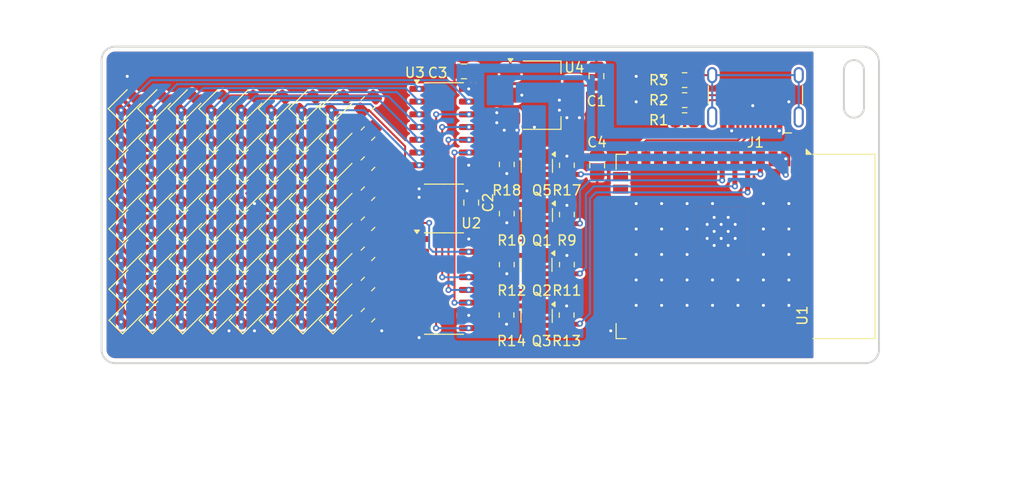
<source format=kicad_pcb>
(kicad_pcb (version 20221018) (generator pcbnew)
  (layers (0 "F.Cu" signal) (31 "B.Cu" signal) (34 "B.Paste" user) (35 "F.Paste" user) (36 "B.SilkS" user "B.Silkscreen") (37 "F.SilkS" user "F.Silkscreen") (38 "B.Mask" user) (39 "F.Mask" user) (44 "Edge.Cuts" user))
  (net 0 "")
  (net 1 "/COL1")
  (net 2 "/COL2")
  (net 4 "/COL3")
  (net 5 "/COL4")
  (net 6 "/COL5")
  (net 7 "/COL6")
  (net 13 "Net-(U1-IO19)")
  (net 14 "Net-(U1-IO20)")
  (net 15 "/COL7")
  (net 40 "/COL8")
  (net 41 "Net-(D1-A)")
  (net 42 "GND")
  (net 43 "+5V")
  (net 44 "Net-(J1-CC1)")
  (net 46 "Net-(J1-CC2)")
  (net 48 "Net-(J1-SHIELD)")
  (net 49 "Net-(D10-A)")
  (net 50 "Net-(D17-A)")
  (net 51 "Net-(D18-A)")
  (net 52 "Net-(D33-A)")
  (net 53 "Net-(D34-A)")
  (net 54 "Net-(D35-A)")
  (net 55 "Net-(D36-A)")
  (net 56 "+3V3")
  (net 57 "/OE")
  (net 58 "/RCLK")
  (net 59 "/SRCLK")
  (net 61 "/SER")
  (net 62 "/ROW1")
  (net 63 "/ROW2")
  (net 64 "/ROW3")
  (net 65 "/ROW4")
  (net 66 "/ROW5")
  (net 67 "/ROW6")
  (net 68 "/ROW7")
  (net 69 "/ROW8")
  (net 70 "Net-(U2-QH')")
  (footprint "Resistor_SMD:R_0805_2012Metric" (layer "F.Cu") (at 123.85 46 180)
    (fp_text reference "R3")
    (fp_text value "5K1")
  )
  (footprint "Resistor_SMD:R_0805_2012Metric" (layer "F.Cu") (at 112.1 64.4125 90)
    (fp_text reference "R11")
    (fp_text value "5K1")
  )
  (footprint "LED_SMD:LED_0805_2012Metric" (layer "F.Cu") (at 80.262913 66.354765 45)
    (fp_text reference "D51" hide)
    (fp_text value "LED_45deg")
  )
  (footprint "Resistor_SMD:R_0805_2012Metric" (layer "F.Cu") (at 123.85 48 180)
    (fp_text reference "R2")
    (fp_text value "5K1")
  )
  (footprint "Resistor_SMD:R_0805_2012Metric" (layer "F.Cu") (at 92.245235 60.337087 45)
    (fp_text reference "R8" hide)
    (fp_text value "200")
  )
  (footprint "LED_SMD:LED_0805_2012Metric" (layer "F.Cu") (at 68.262913 51.337087 45)
    (fp_text reference "D9" hide)
    (fp_text value "LED_45deg")
  )
  (footprint "LED_SMD:LED_0805_2012Metric" (layer "F.Cu") (at 74.262913 60.337087 45)
    (fp_text reference "D41" hide)
    (fp_text value "LED_45deg")
  )
  (footprint "Resistor_SMD:R_0805_2012Metric" (layer "F.Cu") (at 92.245235 63.337087 45)
    (fp_text reference "R15" hide)
    (fp_text value "200")
  )
  (footprint "LED_SMD:LED_0805_2012Metric" (layer "F.Cu") (at 68.262913 69.462913 45)
    (fp_text reference "D36" hide)
    (fp_text value "LED_45deg")
  )
  (footprint "LOGO" (layer "F.Cu") (at 118.75 47.9)
    (fp_text reference "G***" hide)
    (fp_text value "LOGO" hide)
  )
  (footprint "Resistor_SMD:R_0805_2012Metric" (layer "F.Cu") (at 92.245235 54.337087 45)
    (fp_text reference "R6" hide)
    (fp_text value "200")
  )
  (footprint "Resistor_SMD:R_0805_2012Metric" (layer "F.Cu") (at 112.1 54.5 90)
    (fp_text reference "R17")
    (fp_text value "5K1")
  )
  (footprint "LED_SMD:LED_0805_2012Metric" (layer "F.Cu") (at 80.262913 54.337087 45)
    (fp_text reference "D25" hide)
    (fp_text value "LED_45deg")
  )
  (footprint "Capacitor_SMD:C_0805_2012Metric" (layer "F.Cu") (at 102.55 58.225 -90)
    (fp_text reference "C2")
    (fp_text value "4.7u")
  )
  (footprint "LED_SMD:LED_0805_2012Metric" (layer "F.Cu") (at 74.262913 66.354765 45)
    (fp_text reference "D43" hide)
    (fp_text value "LED_45deg")
  )
  (footprint "Package_TO_SOT_SMD:SOT-223-3_TabPin2" (layer "F.Cu") (at 109.6 47.5)
    (fp_text reference "U4")
    (fp_text value "LD1117S33TR_SOT223")
  )
  (footprint "LED_SMD:LED_0805_2012Metric" (layer "F.Cu") (at 86.262913 51.337087 45)
    (fp_text reference "D15" hide)
    (fp_text value "LED_45deg")
  )
  (footprint "Resistor_SMD:R_0805_2012Metric" (layer "F.Cu") (at 92.245235 51.337087 45)
    (fp_text reference "R5" hide)
    (fp_text value "200")
  )
  (footprint "LED_SMD:LED_0805_2012Metric" (layer "F.Cu") (at 89.262913 66.354765 45)
    (fp_text reference "D63" hide)
    (fp_text value "LED_45deg")
  )
  (footprint "LED_SMD:LED_0805_2012Metric" (layer "F.Cu") (at 71.262913 51.337087 45)
    (fp_text reference "D10" hide)
    (fp_text value "LED_45deg")
  )
  (footprint "LED_SMD:LED_0805_2012Metric" (layer "F.Cu") (at 89.262913 60.337087 45)
    (fp_text reference "D61" hide)
    (fp_text value "LED_45deg")
  )
  (footprint "LED_SMD:LED_0805_2012Metric" (layer "F.Cu") (at 89.262913 48.337087 45)
    (fp_text reference "D8" hide)
    (fp_text value "LED_45deg")
  )
  (footprint "LED_SMD:LED_0805_2012Metric" (layer "F.Cu") (at 71.262913 63.337087 45)
    (fp_text reference "D38" hide)
    (fp_text value "LED_45deg")
  )
  (footprint "LED_SMD:LED_0805_2012Metric" (layer "F.Cu") (at 86.262913 63.337087 45)
    (fp_text reference "D58" hide)
    (fp_text value "LED_45deg")
  )
  (footprint "LED_SMD:LED_0805_2012Metric" (layer "F.Cu") (at 83.262913 57.337087 45)
    (fp_text reference "D28" hide)
    (fp_text value "LED_45deg")
  )
  (footprint "LED_SMD:LED_0805_2012Metric" (layer "F.Cu") (at 86.222913 48.337087 45)
    (fp_text reference "D7" hide)
    (fp_text value "LED_45deg")
  )
  (footprint "LED_SMD:LED_0805_2012Metric" (layer "F.Cu") (at 68.262913 63.337087 45)
    (fp_text reference "D34" hide)
    (fp_text value "LED_45deg")
  )
  (footprint "LED_SMD:LED_0805_2012Metric" (layer "F.Cu") (at 83.262913 54.337087 45)
    (fp_text reference "D27" hide)
    (fp_text value "LED_45deg")
  )
  (footprint "LED_SMD:LED_0805_2012Metric" (layer "F.Cu") (at 89.262913 63.337087 45)
    (fp_text reference "D62" hide)
    (fp_text value "LED_45deg")
  )
  (footprint "LED_SMD:LED_0805_2012Metric" (layer "F.Cu") (at 71.262913 69.462913 45)
    (fp_text reference "D40" hide)
    (fp_text value "LED_45deg")
  )
  (footprint "LED_SMD:LED_0805_2012Metric" (layer "F.Cu") (at 80.262913 63.337087 45)
    (fp_text reference "D50" hide)
    (fp_text value "LED_45deg")
  )
  (footprint "LED_SMD:LED_0805_2012Metric" (layer "F.Cu") (at 77.262913 69.462913 45)
    (fp_text reference "D48" hide)
    (fp_text value "LED_45deg")
  )
  (footprint "LED_SMD:LED_0805_2012Metric" (layer "F.Cu") (at 80.262913 51.337087 45)
    (fp_text reference "D13" hide)
    (fp_text value "LED_45deg")
  )
  (footprint "LED_SMD:LED_0805_2012Metric" (layer "F.Cu") (at 68.262913 60.337087 45)
    (fp_text reference "D33" hide)
    (fp_text value "LED_45deg")
  )
  (footprint "Resistor_SMD:R_0805_2012Metric" (layer "F.Cu") (at 123.85 50 180)
    (fp_text reference "R1")
    (fp_text value "5K1")
  )
  (footprint "Resistor_SMD:R_0805_2012Metric" (layer "F.Cu") (at 106.075 69.45 -90)
    (fp_text reference "R14")
    (fp_text value "5K1")
  )
  (footprint "LED_SMD:LED_0805_2012Metric" (layer "F.Cu") (at 89.262913 57.337087 45)
    (fp_text reference "D32" hide)
    (fp_text value "LED_45deg")
  )
  (footprint "LED_SMD:LED_0805_2012Metric" (layer "F.Cu") (at 71.262913 54.337087 45)
    (fp_text reference "D19" hide)
    (fp_text value "LED_45deg")
  )
  (footprint "LED_SMD:LED_0805_2012Metric" (layer "F.Cu") (at 77.262913 60.337087 45)
    (fp_text reference "D45" hide)
    (fp_text value "LED_45deg")
  )
  (footprint "LED_SMD:LED_0805_2012Metric" (layer "F.Cu") (at 68.262913 54.337087 45)
    (fp_text reference "D17" hide)
    (fp_text value "LED_45deg")
  )
  (footprint "Capacitor_SMD:C_0805_2012Metric" (layer "F.Cu") (at 115.125 54.5 -90)
    (fp_text reference "C4")
    (fp_text value "4.7u")
  )
  (footprint "LED_SMD:LED_0805_2012Metric" (layer "F.Cu") (at 86.262913 69.462913 45)
    (fp_text reference "D60" hide)
    (fp_text value "LED_45deg")
  )
  (footprint "Resistor_SMD:R_0805_2012Metric" (layer "F.Cu") (at 112.075 69.45 90)
    (fp_text reference "R13")
    (fp_text value "5K1")
  )
  (footprint "LED_SMD:LED_0805_2012Metric" (layer "F.Cu") (at 83.262913 51.337087 45)
    (fp_text reference "D14" hide)
    (fp_text value "LED_45deg")
  )
  (footprint "LED_SMD:LED_0805_2012Metric" (layer "F.Cu") (at 74.262913 57.337087 45)
    (fp_text reference "D22" hide)
    (fp_text value "LED_45deg")
  )
  (footprint "Resistor_SMD:R_0805_2012Metric" (layer "F.Cu") (at 106.1 64.4125 -90)
    (fp_text reference "R12")
    (fp_text value "5K1")
  )
  (footprint "LED_SMD:LED_0805_2012Metric" (layer "F.Cu") (at 80.262913 48.337087 45)
    (fp_text reference "D5" hide)
    (fp_text value "LED_45deg")
  )
  (footprint "LED_SMD:LED_0805_2012Metric" (layer "F.Cu") (at 71.262913 60.337087 45)
    (fp_text reference "D37" hide)
    (fp_text value "LED_45deg")
  )
  (footprint "LED_SMD:LED_0805_2012Metric" (layer "F.Cu") (at 74.262913 69.462913 45)
    (fp_text reference "D44" hide)
    (fp_text value "LED_45deg")
  )
  (footprint "RF_Module:ESP32-S3-WROOM-1" (layer "F.Cu") (at 129.96 62.6 -90)
    (fp_text reference "U1")
    (fp_text value "ESP32-S3-WROOM-1")
  )
  (footprint "LED_SMD:LED_0805_2012Metric" (layer "F.Cu") (at 74.262913 51.337087 45)
    (fp_text reference "D11" hide)
    (fp_text value "LED_45deg")
  )
  (footprint "Package_TO_SOT_SMD:SOT-23" (layer "F.Cu") (at 109.1 59.475 -90)
    (fp_text reference "Q1")
    (fp_text value "BSS138")
  )
  (footprint "Package_TO_SOT_SMD:SOT-23" (layer "F.Cu") (at 109.1 54.5625 -90)
    (fp_text reference "Q5")
    (fp_text value "BSS138")
  )
  (footprint "LED_SMD:LED_0805_2012Metric" (layer "F.Cu") (at 83.262913 66.354765 45)
    (fp_text reference "D55" hide)
    (fp_text value "LED_45deg")
  )
  (footprint "Resistor_SMD:R_0805_2012Metric" (layer "F.Cu") (at 106.1 59.325 -90)
    (fp_text reference "R10")
    (fp_text value "5K1")
  )
  (footprint "Capacitor_SMD:C_0805_2012Metric" (layer "F.Cu") (at 101.825 45.125 180)
    (fp_text reference "C3")
    (fp_text value "4.7u")
  )
  (footprint "LED_SMD:LED_0805_2012Metric" (layer "F.Cu") (at 86.262913 54.337087 45)
    (fp_text reference "D29" hide)
    (fp_text value "LED_45deg")
  )
  (footprint "LED_SMD:LED_0805_2012Metric" (layer "F.Cu") (at 71.262913 66.354765 45)
    (fp_text reference "D39" hide)
    (fp_text value "LED_45deg")
  )
  (footprint "LED_SMD:LED_0805_2012Metric" (layer "F.Cu") (at 77.262913 66.354765 45)
    (fp_text reference "D47" hide)
    (fp_text value "LED_45deg")
  )
  (footprint "LED_SMD:LED_0805_2012Metric" (layer "F.Cu") (at 77.262913 63.337087 45)
    (fp_text reference "D46" hide)
    (fp_text value "LED_45deg")
  )
  (footprint "LED_SMD:LED_0805_2012Metric" (layer "F.Cu") (at 68.262913 66.354765 45)
    (fp_text reference "D35" hide)
    (fp_text value "LED_45deg")
  )
  (footprint "Package_TO_SOT_SMD:SOT-23" (layer "F.Cu") (at 109.075 69.5375 -90)
    (fp_text reference "Q3")
    (fp_text value "BSS138")
  )
  (footprint "LED_SMD:LED_0805_2012Metric" (layer "F.Cu") (at 83.182913 48.337087 45)
    (fp_text reference "D6" hide)
    (fp_text value "LED_45deg")
  )
  (footprint "Resistor_SMD:R_0805_2012Metric" (layer "F.Cu") (at 112.1 59.4125 90)
    (fp_text reference "R9")
    (fp_text value "5K1")
  )
  (footprint "Package_SO:SOIC-16_3.9x9.9mm_P1.27mm" (layer "F.Cu") (at 99.825 51.32)
    (fp_text reference "U3")
    (fp_text value "74HC595")
  )
  (footprint "Connector_USB:USB_C_Receptacle_HCTL_HC-TYPE-C-16P-01A" (layer "F.Cu") (at 130.92 46.575 180)
    (fp_text reference "J1")
    (fp_text value "USB_C_Receptacle_USB2.0_16P")
  )
  (footprint "LED_SMD:LED_0805_2012Metric" (layer "F.Cu") (at 80.262913 57.337087 45)
    (fp_text reference "D26" hide)
    (fp_text value "LED_45deg")
  )
  (footprint "LED_SMD:LED_0805_2012Metric" (layer "F.Cu") (at 68.182913 48.337087 45)
    (fp_text reference "D1" hide)
    (fp_text value "LED_45deg")
  )
  (footprint "LED_SMD:LED_0805_2012Metric" (layer "F.Cu") (at 77.262913 54.337087 45)
    (fp_text reference "D23" hide)
    (fp_text value "LED_45deg")
  )
  (footprint "LED_SMD:LED_0805_2012Metric" (layer "F.Cu") (at 77.262913 57.337087 45)
    (fp_text reference "D24" hide)
    (fp_text value "LED_45deg")
  )
  (footprint "LED_SMD:LED_0805_2012Metric" (layer "F.Cu") (at 89.262913 69.462913 45)
    (fp_text reference "D64" hide)
    (fp_text value "LED_45deg")
  )
  (footprint "LED_SMD:LED_0805_2012Metric" (layer "F.Cu") (at 89.262913 51.337087 45)
    (fp_text reference "D16" hide)
    (fp_text value "LED_45deg")
  )
  (footprint "Resistor_SMD:R_0805_2012Metric" (layer "F.Cu") (at 92.245235 57.337087 45)
    (fp_text reference "R7" hide)
    (fp_text value "200")
  )
  (footprint "Package_TO_SOT_SMD:SOT-23" (layer "F.Cu") (at 109.05 64.4375 -90)
    (fp_text reference "Q2")
    (fp_text value "BSS138")
  )
  (footprint "LED_SMD:LED_0805_2012Metric" (layer "F.Cu") (at 86.262913 66.354765 45)
    (fp_text reference "D59" hide)
    (fp_text value "LED_45deg")
  )
  (footprint "LED_SMD:LED_0805_2012Metric" (layer "F.Cu") (at 83.262913 63.337087 45)
    (fp_text reference "D54" hide)
    (fp_text value "LED_45deg")
  )
  (footprint "LED_SMD:LED_0805_2012Metric" (layer "F.Cu") (at 77.262913 51.337087 45)
    (fp_text reference "D12" hide)
    (fp_text value "LED_45deg")
  )
  (footprint "Capacitor_SMD:C_0805_2012Metric" (layer "F.Cu") (at 115.05 45.6 90)
    (fp_text reference "C1")
    (fp_text value "4.7u")
  )
  (footprint "LED_SMD:LED_0805_2012Metric" (layer "F.Cu") (at 71.262913 57.337087 45)
    (fp_text reference "D20" hide)
    (fp_text value "LED_45deg")
  )
  (footprint "LED_SMD:LED_0805_2012Metric" (layer "F.Cu") (at 74.262913 63.337087 45)
    (fp_text reference "D42" hide)
    (fp_text value "LED_45deg")
  )
  (footprint "Resistor_SMD:R_0805_2012Metric" (layer "F.Cu") (at 92.245235 69.462913 45)
    (fp_text reference "R19" hide)
    (fp_text value "200")
  )
  (footprint "Package_SO:SOIC-16_3.9x9.9mm_P1.27mm" (layer "F.Cu") (at 99.83 66.305)
    (fp_text reference "U2")
    (fp_text value "74HC595")
  )
  (footprint "LED_SMD:LED_0805_2012Metric" (layer "F.Cu") (at 74.182913 48.337087 45)
    (fp_text reference "D3" hide)
    (fp_text value "LED_45deg")
  )
  (footprint "LED_SMD:LED_0805_2012Metric" (layer "F.Cu") (at 89.262913 54.337087 45)
    (fp_text reference "D31" hide)
    (fp_text value "LED_45deg")
  )
  (footprint "LED_SMD:LED_0805_2012Metric" (layer "F.Cu") (at 83.262913 60.337087 45)
    (fp_text reference "D53" hide)
    (fp_text value "LED_45deg")
  )
  (footprint "LED_SMD:LED_0805_2012Metric" (layer "F.Cu") (at 71.142913 48.337087 45)
    (fp_text reference "D2" hide)
    (fp_text value "LED_45deg")
  )
  (footprint "LED_SMD:LED_0805_2012Metric" (layer "F.Cu") (at 86.262913 57.337087 45)
    (fp_text reference "D30" hide)
    (fp_text value "LED_45deg")
  )
  (footprint "LED_SMD:LED_0805_2012Metric" (layer "F.Cu") (at 83.262913 69.462913 45)
    (fp_text reference "D56" hide)
    (fp_text value "LED_45deg")
  )
  (footprint "LED_SMD:LED_0805_2012Metric" (layer "F.Cu") (at 68.262913 57.337087 45)
    (fp_text reference "D18" hide)
    (fp_text value "LED_45deg")
  )
  (footprint "Resistor_SMD:R_0805_2012Metric" (layer "F.Cu") (at 92.245235 66.354765 45)
    (fp_text reference "R16" hide)
    (fp_text value "200")
  )
  (footprint "LED_SMD:LED_0805_2012Metric" (layer "F.Cu") (at 86.262913 60.337087 45)
    (fp_text reference "D57" hide)
    (fp_text value "LED_45deg")
  )
  (footprint "LED_SMD:LED_0805_2012Metric" (layer "F.Cu") (at 80.262913 69.462913 45)
    (fp_text reference "D52" hide)
    (fp_text value "LED_45deg")
  )
  (footprint "LED_SMD:LED_0805_2012Metric" (layer "F.Cu") (at 77.222913 48.337087 45)
    (fp_text reference "D4" hide)
    (fp_text value "LED_45deg")
  )
  (footprint "LED_SMD:LED_0805_2012Metric" (layer "F.Cu") (at 80.262913 60.337087 45)
    (fp_text reference "D49" hide)
    (fp_text value "LED_45deg")
  )
  (footprint "Resistor_SMD:R_0805_2012Metric" (layer "F.Cu") (at 92.245235 48.337087 45)
    (fp_text reference "R4" hide)
    (fp_text value "200")
  )
  (footprint "LED_SMD:LED_0805_2012Metric" (layer "F.Cu") (at 74.262913 54.337087 45)
    (fp_text reference "D21" hide)
    (fp_text value "LED_45deg")
  )
  (footprint "Resistor_SMD:R_0805_2012Metric" (layer "F.Cu") (at 106.1 54.4125 -90)
    (fp_text reference "R18")
    (fp_text value "5K1")
  )
  (gr_arc (start 67 74.25) (mid 66.048685 73.855953) (end 65.654638 72.904638) (stroke (width 0.2)) (layer "Edge.Cuts"))
  (gr_arc (start 65.654638 44) (mid 66.048685 43.048684) (end 67 42.654638) (stroke (width 0.2)) (layer "Edge.Cuts"))
  (gr_line (start 139.75 45) (end 139.75 48.75) (stroke (width 0.2)) (layer "Edge.Cuts"))
  (gr_arc (start 141.654638 42.654638) (mid 142.78273 43.121908) (end 143.25 44.25) (stroke (width 0.2)) (layer "Edge.Cuts"))
  (gr_line (start 67 42.654638) (end 141.654638 42.654638) (stroke (width 0.2)) (layer "Edge.Cuts"))
  (gr_arc (start 143.25 72.904638) (mid 142.855953 73.855953) (end 141.904638 74.25) (stroke (width 0.2)) (layer "Edge.Cuts"))
  (gr_line (start 143.25 44.25) (end 143.25 72.904638) (stroke (width 0.2)) (layer "Edge.Cuts"))
  (gr_line (start 141.75 48.75) (end 141.75 45) (stroke (width 0.2)) (layer "Edge.Cuts"))
  (gr_arc (start 139.75 45) (mid 140.75 44) (end 141.75 45) (stroke (width 0.2)) (layer "Edge.Cuts"))
  (gr_line (start 141.904638 74.25) (end 67 74.25) (stroke (width 0.2)) (layer "Edge.Cuts"))
  (gr_line (start 65.654638 44) (end 65.654638 72.904638) (stroke (width 0.2)) (layer "Edge.Cuts"))
  (gr_arc (start 141.75 48.75) (mid 140.75 49.75) (end 139.75 48.75) (stroke (width 0.2)) (layer "Edge.Cuts"))
  (via (at 67.6 58) (size 0.6) (drill 0.3) (layers "F.Cu" "B.Cu") (net 1))
  (via (at 67.6 49) (size 0.6) (drill 0.3) (layers "F.Cu" "B.Cu") (net 1))
  (via (at 67.6 55) (size 0.6) (drill 0.3) (layers "F.Cu" "B.Cu") (net 1))
  (via (at 102.3 48.145) (size 0.6) (drill 0.3) (layers "F.Cu" "B.Cu") (net 1))
  (via (at 67.6 67.017678) (size 0.6) (drill 0.3) (layers "F.Cu" "B.Cu") (net 1))
  (via (at 67.6 61) (size 0.6) (drill 0.3) (layers "F.Cu" "B.Cu") (net 1))
  (via (at 67.6 52) (size 0.6) (drill 0.3) (layers "F.Cu" "B.Cu") (net 1))
  (via (at 67.6 64) (size 0.6) (drill 0.3) (layers "F.Cu" "B.Cu") (net 1))
  (via (at 67.6 70.125826) (size 0.6) (drill 0.3) (layers "F.Cu" "B.Cu") (net 1))
  (segment (start 67.6 70.662913) (end 67.6 49) (width 0.5) (layer "B.Cu") (net 1))
  (segment (start 102.305 48.15) (end 100.155 46) (width 0.2) (layer "B.Cu") (net 1))
  (segment (start 70.6 46) (end 67.6 49) (width 0.2) (layer "B.Cu") (net 1))
  (segment (start 100.155 46) (end 70.6 46) (width 0.2) (layer "B.Cu") (net 1))
  (via (at 70.6 58) (size 0.6) (drill 0.3) (layers "F.Cu" "B.Cu") (net 2))
  (via (at 70.6 70.125826) (size 0.6) (drill 0.3) (layers "F.Cu" "B.Cu") (net 2))
  (via (at 70.6 64) (size 0.6) (drill 0.3) (layers "F.Cu" "B.Cu") (net 2))
  (via (at 70.6 61) (size 0.6) (drill 0.3) (layers "F.Cu" "B.Cu") (net 2))
  (via (at 70.6 67.017678) (size 0.6) (drill 0.3) (layers "F.Cu" "B.Cu") (net 2))
  (via (at 97.35 46.875) (size 0.6) (drill 0.3) (layers "F.Cu" "B.Cu") (net 2))
  (via (at 70.6 55) (size 0.6) (drill 0.3) (layers "F.Cu" "B.Cu") (net 2))
  (via (at 70.6 49) (size 0.6) (drill 0.3) (layers "F.Cu" "B.Cu") (net 2))
  (via (at 70.6 52) (size 0.6) (drill 0.3) (layers "F.Cu" "B.Cu") (net 2))
  (segment (start 70.6 49) (end 73.2 46.4) (width 0.2) (layer "B.Cu") (net 2))
  (segment (start 73.2 46.4) (end 96.875 46.4) (width 0.2) (layer "B.Cu") (net 2))
  (segment (start 96.875 46.4) (end 97.35 46.875) (width 0.2) (layer "B.Cu") (net 2))
  (segment (start 70.6 49) (end 70.6 70.662913) (width 0.5) (layer "B.Cu") (net 2))
  (via (at 73.6 58) (size 0.6) (drill 0.3) (layers "F.Cu" "B.Cu") (net 4))
  (via (at 73.6 67.017678) (size 0.6) (drill 0.3) (layers "F.Cu" "B.Cu") (net 4))
  (via (at 73.6 52) (size 0.6) (drill 0.3) (layers "F.Cu" "B.Cu") (net 4))
  (via (at 73.6 49) (size 0.6) (drill 0.3) (layers "F.Cu" "B.Cu") (net 4))
  (via (at 73.6 61) (size 0.6) (drill 0.3) (layers "F.Cu" "B.Cu") (net 4))
  (via (at 73.6 70.125826) (size 0.6) (drill 0.3) (layers "F.Cu" "B.Cu") (net 4))
  (via (at 97.35 48.145) (size 0.6) (drill 0.3) (layers "F.Cu" "B.Cu") (net 4))
  (via (at 73.6 64) (size 0.6) (drill 0.3) (layers "F.Cu" "B.Cu") (net 4))
  (via (at 73.6 55) (size 0.6) (drill 0.3) (layers "F.Cu" "B.Cu") (net 4))
  (segment (start 73.6 70.662913) (end 73.6 49) (width 0.5) (layer "B.Cu") (net 4))
  (segment (start 75.8 46.8) (end 96.005 46.8) (width 0.2) (layer "B.Cu") (net 4))
  (segment (start 73.6 49) (end 75.8 46.8) (width 0.2) (layer "B.Cu") (net 4))
  (segment (start 96.005 46.8) (end 97.35 48.145) (width 0.2) (layer "B.Cu") (net 4))
  (via (at 97.35 49.415) (size 0.6) (drill 0.3) (layers "F.Cu" "B.Cu") (net 5))
  (via (at 76.6 58) (size 0.6) (drill 0.3) (layers "F.Cu" "B.Cu") (net 5))
  (via (at 76.6 49) (size 0.6) (drill 0.3) (layers "F.Cu" "B.Cu") (net 5))
  (via (at 76.6 52) (size 0.6) (drill 0.3) (layers "F.Cu" "B.Cu") (net 5))
  (via (at 76.6 70.125826) (size 0.6) (drill 0.3) (layers "F.Cu" "B.Cu") (net 5))
  (via (at 76.6 64) (size 0.6) (drill 0.3) (layers "F.Cu" "B.Cu") (net 5))
  (via (at 76.6 61) (size 0.6) (drill 0.3) (layers "F.Cu" "B.Cu") (net 5))
  (via (at 76.6 55) (size 0.6) (drill 0.3) (layers "F.Cu" "B.Cu") (net 5))
  (via (at 76.6 67.017678) (size 0.6) (drill 0.3) (layers "F.Cu" "B.Cu") (net 5))
  (segment (start 78.4 47.2) (end 95.135 47.2) (width 0.2) (layer "B.Cu") (net 5))
  (segment (start 95.135 47.2) (end 97.35 49.415) (width 0.2) (layer "B.Cu") (net 5))
  (segment (start 76.6 49) (end 78.4 47.2) (width 0.2) (layer "B.Cu") (net 5))
  (segment (start 76.6 49) (end 76.6 70.662913) (width 0.5) (layer "B.Cu") (net 5))
  (via (at 79.6 67.017678) (size 0.6) (drill 0.3) (layers "F.Cu" "B.Cu") (net 6))
  (via (at 79.6 70.125826) (size 0.6) (drill 0.3) (layers "F.Cu" "B.Cu") (net 6))
  (via (at 79.6 55) (size 0.6) (drill 0.3) (layers "F.Cu" "B.Cu") (net 6))
  (via (at 97.35 50.685) (size 0.6) (drill 0.3) (layers "F.Cu" "B.Cu") (net 6))
  (via (at 79.6 61) (size 0.6) (drill 0.3) (layers "F.Cu" "B.Cu") (net 6))
  (via (at 79.6 58) (size 0.6) (drill 0.3) (layers "F.Cu" "B.Cu") (net 6))
  (via (at 79.6 64) (size 0.6) (drill 0.3) (layers "F.Cu" "B.Cu") (net 6))
  (via (at 79.6 52) (size 0.6) (drill 0.3) (layers "F.Cu" "B.Cu") (net 6))
  (via (at 79.6 49) (size 0.6) (drill 0.3) (layers "F.Cu" "B.Cu") (net 6))
  (segment (start 79.6 70.662913) (end 79.6 49) (width 0.5) (layer "B.Cu") (net 6))
  (segment (start 81 47.6) (end 94.265 47.6) (width 0.2) (layer "B.Cu") (net 6))
  (segment (start 94.265 47.6) (end 97.35 50.685) (width 0.2) (layer "B.Cu") (net 6))
  (segment (start 79.6 49) (end 81 47.6) (width 0.2) (layer "B.Cu") (net 6))
  (via (at 82.6 64) (size 0.6) (drill 0.3) (layers "F.Cu" "B.Cu") (net 7))
  (via (at 82.6 49) (size 0.6) (drill 0.3) (layers "F.Cu" "B.Cu") (net 7))
  (via (at 82.6 58) (size 0.6) (drill 0.3) (layers "F.Cu" "B.Cu") (net 7))
  (via (at 82.6 52) (size 0.6) (drill 0.3) (layers "F.Cu" "B.Cu") (net 7))
  (via (at 82.6 61) (size 0.6) (drill 0.3) (layers "F.Cu" "B.Cu") (net 7))
  (via (at 82.6 67.017678) (size 0.6) (drill 0.3) (layers "F.Cu" "B.Cu") (net 7))
  (via (at 82.6 70.125826) (size 0.6) (drill 0.3) (layers "F.Cu" "B.Cu") (net 7))
  (via (at 97.35 51.955) (size 0.6) (drill 0.3) (layers "F.Cu" "B.Cu") (net 7))
  (via (at 82.6 55) (size 0.6) (drill 0.3) (layers "F.Cu" "B.Cu") (net 7))
  (segment (start 93.395 48) (end 97.35 51.955) (width 0.2) (layer "B.Cu") (net 7))
  (segment (start 82.6 49) (end 82.6 70.662913) (width 0.5) (layer "B.Cu") (net 7))
  (segment (start 82.6 49) (end 83.6 48) (width 0.2) (layer "B.Cu") (net 7))
  (segment (start 83.6 48) (end 93.395 48) (width 0.2) (layer "B.Cu") (net 7))
  (segment (start 129.338096 52.4) (end 130.67 51.068096) (width 0.2) (layer "F.Cu") (net 13))
  (segment (start 131.67 51.00241) (end 131.40241 51.27) (width 0.2) (layer "F.Cu") (net 13))
  (segment (start 119.98 53.85) (end 119.98 52.62) (width 0.2) (layer "F.Cu") (net 13))
  (segment (start 119.98 52.62) (end 120.2 52.4) (width 0.2) (layer "F.Cu") (net 13))
  (segment (start 130.67 51.00241) (end 130.67 50.32) (width 0.2) (layer "F.Cu") (net 13))
  (segment (start 130.93759 51.27) (end 130.67 51.00241) (width 0.2) (layer "F.Cu") (net 13))
  (segment (start 120.2 52.4) (end 129.338096 52.4) (width 0.2) (layer "F.Cu") (net 13))
  (segment (start 131.67 50.32) (end 131.67 51.00241) (width 0.2) (layer "F.Cu") (net 13))
  (segment (start 131.40241 51.27) (end 130.93759 51.27) (width 0.2) (layer "F.Cu") (net 13))
  (segment (start 130.67 51.068096) (end 130.67 50.32) (width 0.2) (layer "F.Cu") (net 13))
  (segment (start 129.17241 52) (end 130.17 51.00241) (width 0.2) (layer "F.Cu") (net 14))
  (segment (start 118.71 53.324314) (end 120.034314 52) (width 0.2) (layer "F.Cu") (net 14))
  (segment (start 130.22 49.58759) (end 130.43759 49.37) (width 0.2) (layer "F.Cu") (net 14))
  (segment (start 130.90241 49.37) (end 131.17 49.63759) (width 0.2) (layer "F.Cu") (net 14))
  (segment (start 130.17 51.00241) (end 130.17 50.32) (width 0.2) (layer "F.Cu") (net 14))
  (segment (start 120.034314 52) (end 129.17241 52) (width 0.2) (layer "F.Cu") (net 14))
  (segment (start 130.22 50.95241) (end 130.22 49.58759) (width 0.2) (layer "F.Cu") (net 14))
  (segment (start 118.71 53.85) (end 118.71 53.324314) (width 0.2) (layer "F.Cu") (net 14))
  (segment (start 131.17 49.63759) (end 131.17 50.32) (width 0.2) (layer "F.Cu") (net 14))
  (segment (start 130.43759 49.37) (end 130.90241 49.37) (width 0.2) (layer "F.Cu") (net 14))
  (segment (start 129.17241 52) (end 130.22 50.95241) (width 0.2) (layer "F.Cu") (net 14))
  (via (at 85.6 64) (size 0.6) (drill 0.3) (layers "F.Cu" "B.Cu") (net 15))
  (via (at 85.6 67.017678) (size 0.6) (drill 0.3) (layers "F.Cu" "B.Cu") (net 15))
  (via (at 85.6 61) (size 0.6) (drill 0.3) (layers "F.Cu" "B.Cu") (net 15))
  (via (at 85.6 55) (size 0.6) (drill 0.3) (layers "F.Cu" "B.Cu") (net 15))
  (via (at 85.6 70.125826) (size 0.6) (drill 0.3) (layers "F.Cu" "B.Cu") (net 15))
  (via (at 85.6 58) (size 0.6) (drill 0.3) (layers "F.Cu" "B.Cu") (net 15))
  (via (at 85.6 49) (size 0.6) (drill 0.3) (layers "F.Cu" "B.Cu") (net 15))
  (via (at 97.355 53.25) (size 0.6) (drill 0.3) (layers "F.Cu" "B.Cu") (net 15))
  (via (at 85.6 52) (size 0.6) (drill 0.3) (layers "F.Cu" "B.Cu") (net 15))
  (segment (start 85.6 70.662913) (end 85.6 49) (width 0.5) (layer "B.Cu") (net 15))
  (segment (start 85.6 49) (end 85.6 52) (width 0.5) (layer "B.Cu") (net 15))
  (segment (start 92.505 48.4) (end 86.2 48.4) (width 0.2) (layer "B.Cu") (net 15))
  (segment (start 86.2 48.4) (end 85.6 49) (width 0.2) (layer "B.Cu") (net 15))
  (segment (start 97.355 53.25) (end 92.505 48.4) (width 0.2) (layer "B.Cu") (net 15))
  (via (at 88.6 67.017678) (size 0.6) (drill 0.3) (layers "F.Cu" "B.Cu") (net 40))
  (via (at 88.6 61) (size 0.6) (drill 0.3) (layers "F.Cu" "B.Cu") (net 40))
  (via (at 88.6 64) (size 0.6) (drill 0.3) (layers "F.Cu" "B.Cu") (net 40))
  (via (at 88.6 52) (size 0.6) (drill 0.3) (layers "F.Cu" "B.Cu") (net 40))
  (via (at 88.6 55) (size 0.6) (drill 0.3) (layers "F.Cu" "B.Cu") (net 40))
  (via (at 88.6 58) (size 0.6) (drill 0.3) (layers "F.Cu" "B.Cu") (net 40))
  (via (at 88.6 70.125826) (size 0.6) (drill 0.3) (layers "F.Cu" "B.Cu") (net 40))
  (via (at 88.6 49) (size 0.6) (drill 0.3) (layers "F.Cu" "B.Cu") (net 40))
  (via (at 97.35 54.495) (size 0.6) (drill 0.3) (layers "F.Cu" "B.Cu") (net 40))
  (segment (start 88.6 49) (end 91.855 49) (width 0.2) (layer "B.Cu") (net 40))
  (segment (start 88.6 49) (end 88.6 70.662913) (width 0.5) (layer "B.Cu") (net 40))
  (segment (start 91.855 49) (end 97.35 54.495) (width 0.2) (layer "B.Cu") (net 40))
  (segment (start 92.855114 47.674174) (end 92.89047 47.70953) (width 0.5) (layer "F.Cu") (net 41))
  (segment (start 89.925826 47.674174) (end 92.855114 47.674174) (width 0.5) (layer "F.Cu") (net 41))
  (segment (start 89.925826 47.674174) (end 68.845826 47.674174) (width 0.5) (layer "F.Cu") (net 41))
  (via (at 121.555477 68.48175) (size 0.6) (drill 0.3) (layers "F.Cu" "B.Cu") (net 42))
  (via (at 134.255477 60.86175) (size 0.6) (drill 0.3) (layers "F.Cu" "B.Cu") (net 42))
  (via (at 97.35 57.7) (size 0.6) (drill 0.3) (layers "F.Cu" "B.Cu") (net 42))
  (via (at 131.715477 63.40175) (size 0.6) (drill 0.3) (layers "F.Cu" "B.Cu") (net 42))
  (via (at 134.255477 48.16175) (size 0.6) (drill 0.3) (layers "F.Cu" "B.Cu") (net 42))
  (via (at 116.475477 71.02175) (size 0.6) (drill 0.3) (layers "F.Cu" "B.Cu") (net 42))
  (via (at 121.555477 63.40175) (size 0.6) (drill 0.3) (layers "F.Cu" "B.Cu") (net 42))
  (via (at 121.555477 45.62175) (size 0.6) (drill 0.3) (layers "F.Cu" "B.Cu") (net 42))
  (via (at 121.555477 48.16175) (size 0.6) (drill 0.3) (layers "F.Cu" "B.Cu") (net 42))
  (via (at 131.715477 68.48175) (size 0.6) (drill 0.3) (layers "F.Cu" "B.Cu") (net 42))
  (via (at 126.635477 68.48175) (size 0.6) (drill 0.3) (layers "F.Cu" "B.Cu") (net 42))
  (via (at 129.175477 65.94175) (size 0.6) (drill 0.3) (layers "F.Cu" "B.Cu") (net 42))
  (via (at 119.015477 63.40175) (size 0.6) (drill 0.3) (layers "F.Cu" "B.Cu") (net 42))
  (via (at 124.095477 63.40175) (size 0.6) (drill 0.3) (layers "F.Cu" "B.Cu") (net 42))
  (via (at 119.015477 60.86175) (size 0.6) (drill 0.3) (layers "F.Cu" "B.Cu") (net 42))
  (via (at 121.555477 65.94175) (size 0.6) (drill 0.3) (layers "F.Cu" "B.Cu") (net 42))
  (via (at 119.015477 48.16175) (size 0.6) (drill 0.3) (layers "F.Cu" "B.Cu") (net 42))
  (via (at 119.015477 65.94175) (size 0.6) (drill 0.3) (layers "F.Cu" "B.Cu") (net 42))
  (via (at 131.715477 65.94175) (size 0.6) (drill 0.3) (layers "F.Cu" "B.Cu") (net 42))
  (via (at 93.615477 71.02175) (size 0.6) (drill 0.3) (layers "F.Cu" "B.Cu") (net 42))
  (via (at 97.35 71.7) (size 0.6) (drill 0.3) (layers "F.Cu" "B.Cu") (net 42))
  (via (at 134.255477 68.48175) (size 0.6) (drill 0.3) (layers "F.Cu" "B.Cu") (net 42))
  (via (at 134.255477 58.32175) (size 0.6) (drill 0.3) (layers "F.Cu" "B.Cu") (net 42))
  (via (at 129.175477 68.48175) (size 0.6) (drill 0.3) (layers "F.Cu" "B.Cu") (net 42))
  (via (at 130.65 48.55) (size 0.6) (drill 0.3) (layers "F.Cu" "B.Cu") (net 42))
  (via (at 68.215477 45.62175) (size 0.6) (drill 0.3) (layers "F.Cu" "B.Cu") (net 42))
  (via (at 134.255477 65.94175) (size 0.6) (drill 0.3) (layers "F.Cu" "B.Cu") (net 42))
  (via (at 119.015477 58.32175) (size 0.6) (drill 0.3) (layers "F.Cu" "B.Cu") (net 42))
  (via (at 126.635477 58.32175) (size 0.6) (drill 0.3) (layers "F.Cu" "B.Cu") (net 42))
  (via (at 134.255477 63.40175) (size 0.6) (drill 0.3) (layers "F.Cu" "B.Cu") (net 42))
  (via (at 124.095477 60.86175) (size 0.6) (drill 0.3) (layers "F.Cu" "B.Cu") (net 42))
  (via (at 126.635477 65.94175) (size 0.6) (drill 0.3) (layers "F.Cu" "B.Cu") (net 42))
  (via (at 119.015477 68.48175) (size 0.6) (drill 0.3) (layers "F.Cu" "B.Cu") (net 42))
  (via (at 124.095477 58.32175) (size 0.6) (drill 0.3) (layers "F.Cu" "B.Cu") (net 42))
  (via (at 124.095477 65.94175) (size 0.6) (drill 0.3) (layers "F.Cu" "B.Cu") (net 42))
  (via (at 78.375477 71.02175) (size 0.6) (drill 0.3) (layers "F.Cu" "B.Cu") (net 42))
  (via (at 131.715477 60.86175) (size 0.6) (drill 0.3) (layers "F.Cu" "B.Cu") (net 42))
  (via (at 108.855477 50.70175) (size 0.6) (drill 0.3) (layers "F.Cu" "B.Cu") (net 42))
  (via (at 80.915477 71.02175) (size 0.6) (drill 0.3) (layers "F.Cu" "B.Cu") (net 42))
  (via (at 119.015477 45.62175) (size 0.6) (drill 0.3) (layers "F.Cu" "B.Cu") (net 42))
  (via (at 131.715477 58.32175) (size 0.6) (drill 0.3) (layers "F.Cu" "B.Cu") (net 42))
  (via (at 124.095477 68.48175) (size 0.6) (drill 0.3) (layers "F.Cu" "B.Cu") (net 42))
  (via (at 80.915477 58.32175) (size 0.6) (drill 0.3) (layers "F.Cu" "B.Cu") (net 42))
  (via (at 97.35 56.85) (size 0.6) (drill 0.3) (layers "F.Cu" "B.Cu") (net 42))
  (via (at 121.555477 58.32175) (size 0.6) (drill 0.3) (layers "F.Cu" "B.Cu") (net 42))
  (via (at 121.555477 60.86175) (size 0.6) (drill 0.3) (layers "F.Cu" "B.Cu") (net 42))
  (segment (start 106 50.25) (end 106.45 49.8) (width 0.2) (layer "F.Cu") (net 43))
  (segment (start 105.85 51) (end 105.85 50.4) (width 0.2) (layer "F.Cu") (net 43))
  (segment (start 102.775 46.875) (end 102.3 46.875) (width 0.2) (layer "F.Cu") (net 43))
  (segment (start 107.1 50.45) (end 106.45 49.8) (width 0.2) (layer "F.Cu") (net 43))
  (segment (start 102.775 45.125) (end 102.775 46.875) (width 0.2) (layer "F.Cu") (net 43))
  (segment (start 105.1 49.25) (end 105.9 49.25) (width 0.2) (layer "F.Cu") (net 43))
  (segment (start 107.1 51) (end 107.1 50.45) (width 0.2) (layer "F.Cu") (net 43))
  (segment (start 105.9 49.25) (end 106.45 49.8) (width 0.2) (layer "F.Cu") (net 43))
  (segment (start 105.1 50.25) (end 106 50.25) (width 0.2) (layer "F.Cu") (net 43))
  (segment (start 105.85 50.4) (end 106.45 49.8) (width 0.2) (layer "F.Cu") (net 43))
  (via (at 102.125 57.05) (size 0.6) (drill 0.3) (layers "F.Cu" "B.Cu") (net 43))
  (via (at 133.298804 51.052951) (size 0.6) (drill 0.3) (layers "F.Cu" "B.Cu") (net 43))
  (via (at 102.3 54.495) (size 0.6) (drill 0.3) (layers "F.Cu" "B.Cu") (net 43))
  (via (at 106.1 60.2375) (size 0.6) (drill 0.3) (layers "F.Cu" "B.Cu") (net 43))
  (via (at 105.1 50.25) (size 0.6) (drill 0.3) (layers "F.Cu" "B.Cu") (net 43))
  (via (at 102.305 61.86) (size 0.6) (drill 0.3) (layers "F.Cu" "B.Cu") (net 43))
  (via (at 106.075 70.3625) (size 0.6) (drill 0.3) (layers "F.Cu" "B.Cu") (net 43))
  (via (at 106.1 65.325) (size 0.6) (drill 0.3) (layers "F.Cu" "B.Cu") (net 43))
  (via (at 102.3 46.875) (size 0.6) (drill 0.3) (layers "F.Cu" "B.Cu") (net 43))
  (via (at 128.543377 51.060877) (size 0.6) (drill 0.3) (layers "F.Cu" "B.Cu") (net 43))
  (via (at 105.85 51) (size 0.6) (drill 0.3) (layers "F.Cu" "B.Cu") (net 43))
  (via (at 106.1 55.325) (size 0.6) (drill 0.3) (layers "F.Cu" "B.Cu") (net 43))
  (via (at 105.1 49.25) (size 0.6) (drill 0.3) (layers "F.Cu" "B.Cu") (net 43))
  (via (at 102.305 69.48) (size 0.6) (drill 0.3) (layers "F.Cu" "B.Cu") (net 43))
  (via (at 107.1 51) (size 0.6) (drill 0.3) (layers "F.Cu" "B.Cu") (net 43))
  (segment (start 128.543377 51.060877) (end 128.551303 51.052951) (width 0.5) (layer "B.Cu") (net 43))
  (segment (start 128.551303 51.052951) (end 133.298804 51.052951) (width 0.5) (layer "B.Cu") (net 43))
  (segment (start 132.17 48.07) (end 132.17 50.32) (width 0.2) (layer "F.Cu") (net 44))
  (segment (start 125.2625 47.5) (end 131.6 47.5) (width 0.2) (layer "F.Cu") (net 44))
  (segment (start 131.6 47.5) (end 132.17 48.07) (width 0.2) (layer "F.Cu") (net 44))
  (segment (start 124.7625 48) (end 125.2625 47.5) (width 0.2) (layer "F.Cu") (net 44))
  (segment (start 124.6 49.998629) (end 125.575 49.998629) (width 0.2) (layer "F.Cu") (net 46))
  (segment (start 125.575 48.275) (end 125.85 48) (width 0.2) (layer "F.Cu") (net 46))
  (segment (start 129.17 48.57) (end 129.17 50.32) (width 0.2) (layer "F.Cu") (net 46))
  (segment (start 128.6 48) (end 129.17 48.57) (width 0.2) (layer "F.Cu") (net 46))
  (segment (start 125.85 48) (end 128.6 48) (width 0.2) (layer "F.Cu") (net 46))
  (segment (start 125.575 49.998629) (end 125.575 48.275) (width 0.2) (layer "F.Cu") (net 46))
  (segment (start 124.7625 50) (end 124.7625 49.498629) (width 0.2) (layer "F.Cu") (net 46))
  (segment (start 124.7625 46) (end 124.7625 45.5) (width 0.2) (layer "F.Cu") (net 48))
  (segment (start 125.1 45.5) (end 126.6 45.5) (width 0.2) (layer "F.Cu") (net 48))
  (segment (start 126.6 49.68) (end 126.6 45.5) (width 0.2) (layer "B.Cu") (net 48))
  (segment (start 126.6 45.5) (end 135.24 45.5) (width 0.2) (layer "B.Cu") (net 48))
  (segment (start 135.24 45.5) (end 135.24 49.68) (width 0.2) (layer "B.Cu") (net 48))
  (segment (start 92.855114 50.674174) (end 92.89047 50.70953) (width 0.5) (layer "F.Cu") (net 49))
  (segment (start 68.925826 50.674174) (end 89.925826 50.674174) (width 0.5) (layer "F.Cu") (net 49))
  (segment (start 89.925826 50.674174) (end 92.855114 50.674174) (width 0.5) (layer "F.Cu") (net 49))
  (segment (start 89.925826 53.674174) (end 92.872792 53.674174) (width 0.5) (layer "F.Cu") (net 50))
  (segment (start 85.6 53.674174) (end 89.925826 53.674174) (width 0.5) (layer "F.Cu") (net 50))
  (segment (start 83.925826 53.674174) (end 85.6 53.674174) (width 0.5) (layer "F.Cu") (net 50))
  (segment (start 92.872792 53.674174) (end 92.89047 53.691852) (width 0.5) (layer "F.Cu") (net 50))
  (segment (start 85.6 53.674174) (end 86.925826 53.674174) (width 0.5) (layer "F.Cu") (net 50))
  (segment (start 68.925826 53.674174) (end 76.6 53.674174) (width 0.5) (layer "F.Cu") (net 50))
  (segment (start 76.6 53.674174) (end 83.925826 53.674174) (width 0.5) (layer "F.Cu") (net 50))
  (segment (start 76.6 53.674174) (end 77.925826 53.674174) (width 0.5) (layer "F.Cu") (net 50))
  (segment (start 88.6 56.674174) (end 89.925826 56.674174) (width 0.5) (layer "F.Cu") (net 51))
  (segment (start 88.617678 56.691852) (end 92.89047 56.691852) (width 0.5) (layer "F.Cu") (net 51))
  (segment (start 88.6 56.674174) (end 88.617678 56.691852) (width 0.5) (layer "F.Cu") (net 51))
  (segment (start 68.925826 56.674174) (end 77.925826 56.674174) (width 0.5) (layer "F.Cu") (net 51))
  (segment (start 77.925826 56.674174) (end 88.6 56.674174) (width 0.5) (layer "F.Cu") (net 51))
  (segment (start 68.925826 59.674174) (end 71.925826 59.674174) (width 0.5) (layer "F.Cu") (net 52))
  (segment (start 73.6 59.674174) (end 76.6 59.674174) (width 0.5) (layer "F.Cu") (net 52))
  (segment (start 71.925826 59.674174) (end 73.6 59.674174) (width 0.5) (layer "F.Cu") (net 52))
  (segment (start 76.6 59.674174) (end 82.6 59.674174) (width 0.5) (layer "F.Cu") (net 52))
  (segment (start 89.925826 59.674174) (end 92.855114 59.674174) (width 0.5) (layer "F.Cu") (net 52))
  (segment (start 92.855114 59.674174) (end 92.89047 59.70953) (width 0.5) (layer "F.Cu") (net 52))
  (segment (start 73.6 59.674174) (end 74.925826 59.674174) (width 0.5) (layer "F.Cu") (net 52))
  (segment (start 76.6 59.674174) (end 77.925826 59.674174) (width 0.5) (layer "F.Cu") (net 52))
  (segment (start 82.6 59.674174) (end 83.925826 59.674174) (width 0.5) (layer "F.Cu") (net 52))
  (segment (start 82.6 59.674174) (end 89.925826 59.674174) (width 0.5) (layer "F.Cu") (net 52))
  (segment (start 86.925826 62.674174) (end 89.925826 62.674174) (width 0.5) (layer "F.Cu") (net 53))
  (segment (start 89.925826 62.674174) (end 92.872792 62.674174) (width 0.5) (layer "F.Cu") (net 53))
  (segment (start 74.925826 62.674174) (end 76.6 62.674174) (width 0.5) (layer "F.Cu") (net 53))
  (segment (start 70.6 62.674174) (end 71.925826 62.674174) (width 0.5) (layer "F.Cu") (net 53))
  (segment (start 68.925826 62.674174) (end 70.6 62.674174) (width 0.5) (layer "F.Cu") (net 53))
  (segment (start 80.925826 62.674174) (end 82.6 62.674174) (width 0.5) (layer "F.Cu") (net 53))
  (segment (start 82.6 62.674174) (end 86.925826 62.674174) (width 0.5) (layer "F.Cu") (net 53))
  (segment (start 70.6 62.674174) (end 74.925826 62.674174) (width 0.5) (layer "F.Cu") (net 53))
  (segment (start 82.6 62.674174) (end 83.925826 62.674174) (width 0.5) (layer "F.Cu") (net 53))
  (segment (start 92.872792 62.674174) (end 92.89047 62.691852) (width 0.5) (layer "F.Cu") (net 53))
  (segment (start 76.6 62.674174) (end 77.925826 62.674174) (width 0.5) (layer "F.Cu") (net 53))
  (segment (start 76.6 62.674174) (end 80.925826 62.674174) (width 0.5) (layer "F.Cu") (net 53))
  (segment (start 92.872792 65.691852) (end 92.89047 65.70953) (width 0.5) (layer "F.Cu") (net 54))
  (segment (start 89.925826 65.691852) (end 92.872792 65.691852) (width 0.5) (layer "F.Cu") (net 54))
  (segment (start 80.925826 65.691852) (end 85.6 65.691852) (width 0.5) (layer "F.Cu") (net 54))
  (segment (start 73.6 65.691852) (end 83.925826 65.691852) (width 0.5) (layer "F.Cu") (net 54))
  (segment (start 85.6 65.691852) (end 89.925826 65.691852) (width 0.5) (layer "F.Cu") (net 54))
  (segment (start 68.925826 65.691852) (end 71.925826 65.691852) (width 0.5) (layer "F.Cu") (net 54))
  (segment (start 71.925826 65.691852) (end 73.6 65.691852) (width 0.5) (layer "F.Cu") (net 54))
  (segment (start 85.6 65.691852) (end 86.925826 65.691852) (width 0.5) (layer "F.Cu") (net 54))
  (segment (start 73.6 65.691852) (end 74.925826 65.691852) (width 0.5) (layer "F.Cu") (net 54))
  (segment (start 89.925826 68.8) (end 92.872792 68.8) (width 0.5) (layer "F.Cu") (net 55))
  (segment (start 92.872792 68.8) (end 92.89047 68.817678) (width 0.5) (layer "F.Cu") (net 55))
  (segment (start 68.925826 68.8) (end 90.262913 68.8) (width 0.5) (layer "F.Cu") (net 55))
  (segment (start 110.0875 58.5) (end 110.05 58.5375) (width 0.5) (layer "F.Cu") (net 56))
  (segment (start 110.0875 53.5875) (end 110.05 53.625) (width 0.5) (layer "F.Cu") (net 56))
  (segment (start 110.0875 68.5375) (end 110.025 68.6) (width 0.5) (layer "F.Cu") (net 56))
  (segment (start 112.1 53.5875) (end 110.0875 53.5875) (width 0.5) (layer "F.Cu") (net 56))
  (segment (start 112.25 48) (end 112.75 47.5) (width 0.2) (layer "F.Cu") (net 56))
  (segment (start 113.7 46.55) (end 112.75 47.5) (width 0.2) (layer "F.Cu") (net 56))
  (segment (start 113.35 48.1) (end 112.75 47.5) (width 0.2) (layer "F.Cu") (net 56))
  (segment (start 133.95 55.45) (end 133.95 53.85) (width 0.5) (layer "F.Cu") (net 56))
  (segment (start 112.1375 53.55) (end 112.1 53.5875) (width 0.2) (layer "F.Cu") (net 56))
  (segment (start 112.1 49.75) (end 112.1 48.15) (width 0.2) (layer "F.Cu") (net 56))
  (segment (start 112.1 48.15) (end 112.75 47.5) (width 0.2) (layer "F.Cu") (net 56))
  (segment (start 115.05 46.55) (end 113.7 46.55) (width 0.2) (layer "F.Cu") (net 56))
  (segment (start 111.35 49) (end 112.1 49) (width 0.2) (layer "F.Cu") (net 56))
  (segment (start 112.1 58.5) (end 110.0875 58.5) (width 0.5) (layer "F.Cu") (net 56))
  (segment (start 111.35 48) (end 112.25 48) (width 0.2) (layer "F.Cu") (net 56))
  (segment (start 112.75 48.35) (end 112.75 47.5) (width 0.2) (layer "F.Cu") (net 56))
  (segment (start 115.125 53.55) (end 112.1375 53.55) (width 0.5) (layer "F.Cu") (net 56))
  (segment (start 112.1 49) (end 112.75 48.35) (width 0.2) (layer "F.Cu") (net 56))
  (segment (start 112.075 68.5375) (end 110.0875 68.5375) (width 0.5) (layer "F.Cu") (net 56))
  (segment (start 112.1 63.5) (end 110 63.5) (width 0.5) (layer "F.Cu") (net 56))
  (segment (start 113.35 49.75) (end 113.35 48.1) (width 0.2) (layer "F.Cu") (net 56))
  (via (at 111.35 48) (size 0.6) (drill 0.3) (layers "F.Cu" "B.Cu") (net 56))
  (via (at 113.35 49.75) (size 0.6) (drill 0.3) (layers "F.Cu" "B.Cu") (net 56))
  (via (at 112.1 53.5875) (size 0.6) (drill 0.3) (layers "F.Cu" "B.Cu") (net 56))
  (via (at 133.95 55.45) (size 0.6) (drill 0.3) (layers "F.Cu" "B.Cu") (net 56))
  (via (at 111.35 49) (size 0.6) (drill 0.3) (layers "F.Cu" "B.Cu") (net 56))
  (via (at 112.075 68.5375) (size 0.6) (drill 0.3) (layers "F.Cu" "B.Cu") (net 56))
  (via (at 133.95 53.85) (size 0.6) (drill 0.3) (layers "F.Cu" "B.Cu") (net 56))
  (via (at 112.1 49.75) (size 0.6) (drill 0.3) (layers "F.Cu" "B.Cu") (net 56))
  (via (at 107.6 47.5) (size 0.6) (drill 0.3) (layers "F.Cu" "B.Cu") (net 56))
  (via (at 112.1 63.5) (size 0.6) (drill 0.3) (layers "F.Cu" "B.Cu") (net 56))
  (via (at 112.1 58.5) (size 0.6) (drill 0.3) (layers "F.Cu" "B.Cu") (net 56))
  (segment (start 132.1 53.85) (end 112.3625 53.85) (width 0.5) (layer "B.Cu") (net 56))
  (segment (start 133.95 54.8) (end 133.95 54.55) (width 0.5) (layer "B.Cu") (net 56))
  (segment (start 133.95 54.55) (end 133.25 53.85) (width 0.5) (layer "B.Cu") (net 56))
  (segment (start 112.3625 53.85) (end 112.1 53.5875) (width 0.5) (layer "B.Cu") (net 56))
  (segment (start 133.95 54.8) (end 133.95 53.85) (width 0.5) (layer "B.Cu") (net 56))
  (segment (start 133.6875 53.5875) (end 133.95 53.85) (width 0.5) (layer "B.Cu") (net 56))
  (segment (start 133.85 54.8) (end 132.9 53.85) (width 0.5) (layer "B.Cu") (net 56))
  (segment (start 133.95 53.85) (end 133.25 53.85) (width 0.5) (layer "B.Cu") (net 56))
  (segment (start 133.25 53.85) (end 132.9 53.85) (width 0.5) (layer "B.Cu") (net 56))
  (segment (start 132.9 53.85) (end 132.1 53.85) (width 0.5) (layer "B.Cu") (net 56))
  (segment (start 133.95 55.45) (end 133.95 54.8) (width 0.5) (layer "B.Cu") (net 56))
  (segment (start 132.35 53.85) (end 132.1 53.85) (width 0.5) (layer "B.Cu") (net 56))
  (segment (start 112.1 53.5875) (end 133.6875 53.5875) (width 0.5) (layer "B.Cu") (net 56))
  (segment (start 133.95 55.45) (end 132.35 53.85) (width 0.5) (layer "B.Cu") (net 56))
  (segment (start 133.95 54.8) (end 133.85 54.8) (width 0.5) (layer "B.Cu") (net 56))
  (segment (start 113.375 60.325) (end 113.4 60.3) (width 0.5) (layer "F.Cu") (net 57))
  (segment (start 109.1 61.5) (end 109.1 60.4125) (width 0.2) (layer "F.Cu") (net 57))
  (segment (start 112.0125 60.4125) (end 112.1 60.325) (width 0.5) (layer "F.Cu") (net 57))
  (segment (start 112.1 60.325) (end 113.375 60.325) (width 0.5) (layer "F.Cu") (net 57))
  (segment (start 104.6 62.5) (end 105.1 62) (width 0.2) (layer "F.Cu") (net 57))
  (segment (start 106.1 58.4125) (end 108.025 58.4125) (width 0.5) (layer "F.Cu") (net 57))
  (segment (start 108.15 59.4625) (end 109.1 60.4125) (width 0.5) (layer "F.Cu") (net 57))
  (segment (start 104.057756 65.67) (end 104.6 65.127756) (width 0.2) (layer "F.Cu") (net 57))
  (segment (start 104.6 65.127756) (end 104.6 62.5) (width 0.2) (layer "F.Cu") (net 57))
  (segment (start 109.1 60.4125) (end 112.0125 60.4125) (width 0.5) (layer "F.Cu") (net 57))
  (segment (start 99.65 50.685) (end 99.655 50.69) (width 0.2) (layer "F.Cu") (net 57))
  (segment (start 102.305 65.67) (end 104.057756 65.67) (width 0.2) (layer "F.Cu") (net 57))
  (segment (start 108.15 58.5375) (end 108.15 59.4625) (width 0.5) (layer "F.Cu") (net 57))
  (segment (start 105.1 62) (end 108.6 62) (width 0.2) (layer "F.Cu") (net 57))
  (segment (start 108.025 58.4125) (end 108.15 58.5375) (width 0.5) (layer "F.Cu") (net 57))
  (segment (start 99.655 50.69) (end 99.655 65.6725) (width 0.2) (layer "F.Cu") (net 57))
  (segment (start 108.6 62) (end 109.1 61.5) (width 0.2) (layer "F.Cu") (net 57))
  (segment (start 127.6 56) (end 127.6 53.85) (width 0.5) (layer "F.Cu") (net 57))
  (via (at 102.3 65.6625) (size 0.6) (drill 0.3) (layers "F.Cu" "B.Cu") (net 57))
  (via (at 102.325 50.685) (size 0.6) (drill 0.3) (layers "F.Cu" "B.Cu") (net 57))
  (via (at 99.65 50.685) (size 0.6) (drill 0.3) (layers "F.Cu" "B.Cu") (net 57))
  (via (at 113.4 60.3) (size 0.6) (drill 0.3) (layers "F.Cu" "B.Cu") (net 57))
  (via (at 99.655 65.6725) (size 0.6) (drill 0.3) (layers "F.Cu" "B.Cu") (net 57))
  (via (at 127.6 56) (size 0.6) (drill 0.3) (layers "F.Cu" "B.Cu") (net 57))
  (segment (start 102.325 50.685) (end 99.65 50.685) (width 0.2) (layer "B.Cu") (net 57))
  (segment (start 113.4 57) (end 114.4 56) (width 0.2) (layer "B.Cu") (net 57))
  (segment (start 99.655 65.6725) (end 102.18 65.6725) (width 0.2) (layer "B.Cu") (net 57))
  (segment (start 114.4 56) (end 127.6 56) (width 0.2) (layer "B.Cu") (net 57))
  (segment (start 113.4 60.3) (end 113.4 57) (width 0.2) (layer "B.Cu") (net 57))
  (segment (start 102.04 66.9425) (end 102.53 66.8025) (width 0.2) (layer "F.Cu") (net 58))
  (segment (start 108.1 64.425) (end 109.05 65.375) (width 0.5) (layer "F.Cu") (net 58))
  (segment (start 109.05 66.55) (end 109.05 65.375) (width 0.2) (layer "F.Cu") (net 58))
  (segment (start 128.87 56.6) (end 128.87 53.85) (width 0.5) (layer "F.Cu") (net 58))
  (segment (start 108.1 63.5) (end 108.1 64.425) (width 0.5) (layer "F.Cu") (net 58))
  (segment (start 113.375 65.325) (end 113.4 65.3) (width 0.5) (layer "F.Cu") (net 58))
  (segment (start 112.1 65.325) (end 113.375 65.325) (width 0.5) (layer "F.Cu") (net 58))
  (segment (start 102.18 66.9425) (end 102.04 66.9425) (width 0.2) (layer "F.Cu") (net 58))
  (segment (start 109.1 65.325) (end 109.05 65.375) (width 0.5) (layer "F.Cu") (net 58))
  (segment (start 100.28 66.9425) (end 100.28 51.955) (width 0.2) (layer "F.Cu") (net 58))
  (segment (start 108.66 66.94) (end 109.05 66.55) (width 0.2) (layer "F.Cu") (net 58))
  (segment (start 102.305 66.94) (end 108.66 66.94) (width 0.2) (layer "F.Cu") (net 58))
  (segment (start 112.1 65.325) (end 109.1 65.325) (width 0.5) (layer "F.Cu") (net 58))
  (segment (start 106.1 63.5) (end 108.1 63.5) (width 0.5) (layer "F.Cu") (net 58))
  (via (at 100.28 66.9425) (size 0.6) (drill 0.3) (layers "F.Cu" "B.Cu") (net 58))
  (via (at 113.4 65.3) (size 0.6) (drill 0.3) (layers "F.Cu" "B.Cu") (net 58))
  (via (at 100.28 51.955) (size 0.6) (drill 0.3) (layers "F.Cu" "B.Cu") (net 58))
  (via (at 102.3 66.9325) (size 0.6) (drill 0.3) (layers "F.Cu" "B.Cu") (net 58))
  (via (at 102.325 51.955) (size 0.6) (drill 0.3) (layers "F.Cu" "B.Cu") (net 58))
  (via (at 128.87 56.6) (size 0.6) (drill 0.3) (layers "F.Cu" "B.Cu") (net 58))
  (segment (start 113.4 65.3) (end 114 64.7) (width 0.2) (layer "B.Cu") (net 58))
  (segment (start 114 57.4) (end 114.8 56.6) (width 0.2) (layer "B.Cu") (net 58))
  (segment (start 114 64.7) (end 114 57.4) (width 0.2) (layer "B.Cu") (net 58))
  (segment (start 114.8 56.6) (end 128.87 56.6) (width 0.2) (layer "B.Cu") (net 58))
  (segment (start 102.325 51.955) (end 100.28 51.955) (width 0.2) (layer "B.Cu") (net 58))
  (segment (start 102.32 66.9425) (end 100.28 66.9425) (width 0.2) (layer "B.Cu") (net 58))
  (segment (start 130.14 57.2) (end 130.14 53.85) (width 0.5) (layer "F.Cu") (net 59))
  (segment (start 102.305 68.21) (end 105.7475 68.21) (width 0.2) (layer "F.Cu") (net 59))
  (segment (start 102.165 68.2125) (end 102.405 68.2275) (width 0.2) (layer "F.Cu") (net 59))
  (segment (start 111.9625 70.475) (end 112.075 70.3625) (width 0.5) (layer "F.Cu") (net 59))
  (segment (start 108.125 69.525) (end 109.075 70.475) (width 0.5) (layer "F.Cu") (net 59))
  (segment (start 102.18 68.2125) (end 102.165 68.2125) (width 0.2) (layer "F.Cu") (net 59))
  (segment (start 108.0625 68.5375) (end 108.125 68.6) (width 0.5) (layer "F.Cu") (net 59))
  (segment (start 113.3375 70.3625) (end 113.4 70.3) (width 0.5) (layer "F.Cu") (net 59))
  (segment (start 106.075 68.5375) (end 108.0625 68.5375) (width 0.5) (layer "F.Cu") (net 59))
  (segment (start 112.075 70.3625) (end 113.3375 70.3625) (width 0.5) (layer "F.Cu") (net 59))
  (segment (start 109.075 70.475) (end 111.9625 70.475) (width 0.5) (layer "F.Cu") (net 59))
  (segment (start 100.88 53.225) (end 100.88 68.2125) (width 0.2) (layer "F.Cu") (net 59))
  (segment (start 108.125 68.6) (end 108.125 69.525) (width 0.5) (layer "F.Cu") (net 59))
  (segment (start 102.405 68.2275) (end 102.195 68.2125) (width 0.2) (layer "F.Cu") (net 59))
  (segment (start 105.7475 68.21) (end 106.075 68.5375) (width 0.2) (layer "F.Cu") (net 59))
  (via (at 100.88 68.2125) (size 0.6) (drill 0.3) (layers "F.Cu" "B.Cu") (net 59))
  (via (at 100.88 53.225) (size 0.6) (drill 0.3) (layers "F.Cu" "B.Cu") (net 59))
  (via (at 102.3 68.2025) (size 0.6) (drill 0.3) (layers "F.Cu" "B.Cu") (net 59))
  (via (at 102.325 53.225) (size 0.6) (drill 0.3) (layers "F.Cu" "B.Cu") (net 59))
  (via (at 130.14 57.2) (size 0.6) (drill 0.3) (layers "F.Cu" "B.Cu") (net 59))
  (via (at 113.4 70.3) (size 0.6) (drill 0.3) (layers "F.Cu" "B.Cu") (net 59))
  (segment (start 115 57.2) (end 130.14 57.2) (width 0.2) (layer "B.Cu") (net 59))
  (segment (start 114.4 69.3) (end 114.4 57.8) (width 0.2) (layer "B.Cu") (net 59))
  (segment (start 102.325 53.225) (end 100.88 53.225) (width 0.2) (layer "B.Cu") (net 59))
  (segment (start 102.195 68.2125) (end 100.88 68.2125) (width 0.2) (layer "B.Cu") (net 59))
  (segment (start 114.4 57.8) (end 115 57.2) (width 0.2) (layer "B.Cu") (net 59))
  (segment (start 113.4 70.3) (end 114.4 69.3) (width 0.2) (layer "B.Cu") (net 59))
  (segment (start 102.455 64.2525) (end 102.33 64.4025) (width 0.2) (layer "F.Cu") (net 61))
  (segment (start 112.1 55.4125) (end 113.4875 55.4125) (width 0.5) (layer "F.Cu") (net 61))
  (segment (start 104.6 53.5) (end 106.1 53.5) (width 0.2) (layer "F.Cu") (net 61))
  (segment (start 103.8 64.4) (end 104.2 64) (width 0.2) (layer "F.Cu") (net 61))
  (segment (start 108.025 53.5) (end 108.15 53.625) (width 0.5) (layer "F.Cu") (net 61))
  (segment (start 109.1875 55.4125) (end 109.1 55.5) (width 0.5) (layer "F.Cu") (net 61))
  (segment (start 104.2 53.9) (end 104.6 53.5) (width 0.2) (layer "F.Cu") (net 61))
  (segment (start 102.305 64.4) (end 103.8 64.4) (width 0.2) (layer "F.Cu") (net 61))
  (segment (start 104.2 64) (end 104.2 53.9) (width 0.2) (layer "F.Cu") (net 61))
  (segment (start 108.15 53.625) (end 108.15 54.55) (width 0.5) (layer "F.Cu") (net 61))
  (segment (start 108.15 54.55) (end 109.1 55.5) (width 0.5) (layer "F.Cu") (net 61))
  (segment (start 102.03 64.4025) (end 102.455 64.2525) (width 0.2) (layer "F.Cu") (net 61))
  (segment (start 106.1 53.5) (end 108.025 53.5) (width 0.5) (layer "F.Cu") (net 61))
  (segment (start 113.4875 55.4125) (end 113.5 55.4) (width 0.5) (layer "F.Cu") (net 61))
  (segment (start 102.18 64.4025) (end 102.03 64.4025) (width 0.2) (layer "F.Cu") (net 61))
  (segment (start 112.1 55.4125) (end 109.1875 55.4125) (width 0.5) (layer "F.Cu") (net 61))
  (segment (start 131.41 55.4) (end 131.41 53.85) (width 0.5) (layer "F.Cu") (net 61))
  (via (at 113.5 55.4) (size 0.6) (drill 0.3) (layers "F.Cu" "B.Cu") (net 61))
  (via (at 131.41 55.4) (size 0.6) (drill 0.3) (layers "F.Cu" "B.Cu") (net 61))
  (segment (start 131.41 55.4) (end 113.5 55.4) (width 0.2) (layer "B.Cu") (net 61))
  (segment (start 95.949181 52.601513) (end 95.949181 59.849181) (width 0.2) (layer "F.Cu") (net 62))
  (segment (start 96.35 60.25) (end 98.35 60.25) (width 0.2) (layer "F.Cu") (net 62))
  (segment (start 95.949181 59.849181) (end 96.35 60.25) (width 0.2) (layer "F.Cu") (net 62))
  (segment (start 91.6 48.982322) (end 92.32999 48.982322) (width 0.2) (layer "F.Cu") (net 62))
  (segment (start 92.32999 48.982322) (end 95.949181 52.601513) (width 0.2) (layer "F.Cu") (net 62))
  (via (at 98.35 60.25) (size 0.6) (drill 0.3) (layers "F.Cu" "B.Cu") (net 62))
  (via (at 102.305 63.13) (size 0.6) (drill 0.3) (layers "F.Cu" "B.Cu") (net 62))
  (segment (start 98.35 62.75) (end 98.73 63.13) (width 0.2) (layer "B.Cu") (net 62))
  (segment (start 98.35 60.25) (end 98.35 62.75) (width 0.2) (layer "B.Cu") (net 62))
  (segment (start 98.73 63.13) (end 102.305 63.13) (width 0.2) (layer "B.Cu") (net 62))
  (segment (start 92.32999 51.982322) (end 95.549181 55.201513) (width 0.2) (layer "F.Cu") (net 63))
  (segment (start 95.549181 55.201513) (end 95.549181 61.09959) (width 0.2) (layer "F.Cu") (net 63))
  (segment (start 91.6 51.982322) (end 92.32999 51.982322) (width 0.2) (layer "F.Cu") (net 63))
  (segment (start 96.309591 61.86) (end 97.355 61.86) (width 0.2) (layer "F.Cu") (net 63))
  (segment (start 95.549181 61.09959) (end 96.309591 61.86) (width 0.2) (layer "F.Cu") (net 63))
  (segment (start 92.32999 54.982322) (end 95.149181 57.801513) (width 0.2) (layer "F.Cu") (net 64))
  (segment (start 95.149181 57.801513) (end 95.149181 62.549181) (width 0.2) (layer "F.Cu") (net 64))
  (segment (start 95.149181 62.549181) (end 95.73 63.13) (width 0.2) (layer "F.Cu") (net 64))
  (segment (start 95.73 63.13) (end 97.355 63.13) (width 0.2) (layer "F.Cu") (net 64))
  (segment (start 91.6 54.982322) (end 92.32999 54.982322) (width 0.2) (layer "F.Cu") (net 64))
  (segment (start 92.582322 57.982322) (end 94.749181 60.149181) (width 0.2) (layer "F.Cu") (net 65))
  (segment (start 95.25 64.4) (end 97.425001 64.4) (width 0.2) (layer "F.Cu") (net 65))
  (segment (start 94.749181 63.899181) (end 95.25 64.4) (width 0.2) (layer "F.Cu") (net 65))
  (segment (start 94.749181 60.149181) (end 94.749181 63.899181) (width 0.2) (layer "F.Cu") (net 65))
  (segment (start 91.6 57.982322) (end 92.582322 57.982322) (width 0.2) (layer "F.Cu") (net 65))
  (segment (start 97.355 64.4) (end 96.380001 64.4) (width 0.2) (layer "F.Cu") (net 65))
  (segment (start 91.6 60.982322) (end 91.867678 61.25) (width 0.2) (layer "F.Cu") (net 66))
  (segment (start 94.349181 65.249181) (end 95.005 65.905) (width 0.2) (layer "F.Cu") (net 66))
  (segment (start 94.1 61.25) (end 94.349181 61.499181) (width 0.2) (layer "F.Cu") (net 66))
  (segment (start 97.355 65.67) (end 96.477668 65.67) (width 0.2) (layer "F.Cu") (net 66))
  (segment (start 95.005 65.905) (end 97.757668 65.905) (width 0.2) (layer "F.Cu") (net 66))
  (segment (start 91.867678 61.25) (end 94.1 61.25) (width 0.2) (layer "F.Cu") (net 66))
  (segment (start 94.349181 61.499181) (end 94.349181 65.249181) (width 0.2) (layer "F.Cu") (net 66))
  (segment (start 93.949181 66.409181) (end 94.48 66.94) (width 0.2) (layer "F.Cu") (net 67))
  (segment (start 94.48 66.94) (end 97.355 66.94) (width 0.2) (layer "F.Cu") (net 67))
  (segment (start 93.949181 64.599181) (end 93.949181 66.409181) (width 0.2) (layer "F.Cu") (net 67))
  (segment (start 93.332322 63.982322) (end 93.949181 64.599181) (width 0.2) (layer "F.Cu") (net 67))
  (segment (start 91.6 63.982322) (end 93.332322 63.982322) (width 0.2) (layer "F.Cu") (net 67))
  (segment (start 91.992903 67) (end 91.6 67) (width 0.2) (layer "F.Cu") (net 68))
  (segment (start 93.431842 68.21) (end 97.355 68.21) (width 0.2) (layer "F.Cu") (net 68))
  (segment (start 91.6 67) (end 92.3 67.7) (width 0.2) (layer "F.Cu") (net 68))
  (segment (start 92.921842 67.7) (end 93.431842 68.21) (width 0.2) (layer "F.Cu") (net 68))
  (segment (start 92.3 67.7) (end 92.921842 67.7) (width 0.2) (layer "F.Cu") (net 68))
  (segment (start 97.355 69.48) (end 93.871301 69.48) (width 0.2) (layer "F.Cu") (net 69))
  (segment (start 93.871301 69.48) (end 93.243153 70.108148) (width 0.2) (layer "F.Cu") (net 69))
  (segment (start 93.243153 70.108148) (end 91.6 70.108148) (width 0.2) (layer "F.Cu") (net 69))
  (segment (start 99.04 70.76) (end 99.05 70.75) (width 0.2) (layer "F.Cu") (net 70))
  (segment (start 99.05 70.75) (end 99.05 49.415) (width 0.2) (layer "F.Cu") (net 70))
  (via (at 102.31 70.75) (size 0.6) (drill 0.3) (layers "F.Cu" "B.Cu") (net 70))
  (via (at 102.325 49.415) (size 0.6) (drill 0.3) (layers "F.Cu" "B.Cu") (net 70))
  (via (at 99.05 49.415) (size 0.6) (drill 0.3) (layers "F.Cu" "B.Cu") (net 70))
  (via (at 99.04 70.76) (size 0.6) (drill 0.3) (layers "F.Cu" "B.Cu") (net 70))
  (segment (start 102.325 49.415) (end 99.05 49.415) (width 0.2) (layer "B.Cu") (net 70))
  (segment (start 102.34 70.76) (end 99.04 70.76) (width 0.2) (layer "B.Cu") (net 70))
  (zone (net 42) (net_name "GND") (layers "F&B.Cu") (priority 3) (connect_pads yes (clearance 0.25)) (min_thickness 0.25) (fill yes (thermal_gap 0.25) (thermal_bridge_width 0.25))
    (polygon (pts (xy 125 63.55) (xy 125 58.7) (xy 130.1 58.7) (xy 130.1 63.55)))
  )
  (zone (net 42) (net_name "GND") (layers "F&B.Cu") (connect_pads (clearance 0.25)) (min_thickness 0.25) (fill yes (thermal_gap 0.25) (thermal_bridge_width 0.25))
    (polygon (pts (xy 65.35 74.25) (xy 65.35 42.75) (xy 136.85 42.75) (xy 136.85 74.25)))
  )
  (zone (net 56) (net_name "+3V3") (layer "B.Cu") (connect_pads (clearance 0.25)) (min_thickness 0.25) (fill yes (thermal_gap 0.25) (thermal_bridge_width 0.25))
    (polygon (pts (xy 113.85 46.25) (xy 106.997309 46.25) (xy 106.997309 48.25) (xy 110.247309 48.25) (xy 110.247309 71.724483) (xy 113.747309 71.724483)))
  )
  (zone (net 43) (net_name "+5V") (layer "B.Cu") (priority 1) (connect_pads (clearance 0.25)) (min_thickness 0.25) (fill yes (thermal_gap 0.25) (thermal_bridge_width 0.25))
    (polygon (pts (xy 133.6 50.75) (xy 116.8 50.75) (xy 116.8 44.35) (xy 101.1 44.35) (xy 101.1 46.25) (xy 103.85 46.25) (xy 103.85 45.25) (xy 115.15 45.25) (xy 115.15 51.85) (xy 133.6 51.85)))
  )
  (zone (net 43) (net_name "+5V") (layer "B.Cu") (connect_pads (clearance 0.25)) (min_thickness 0.25) (fill yes (thermal_gap 0.25) (thermal_bridge_width 0.25))
    (polygon (pts (xy 107.35 48.75) (xy 103.85 48.75) (xy 103.85 46.25) (xy 101.1 46.25) (xy 101.1 71.75) (xy 107.35 71.75)))
  )
)
</source>
